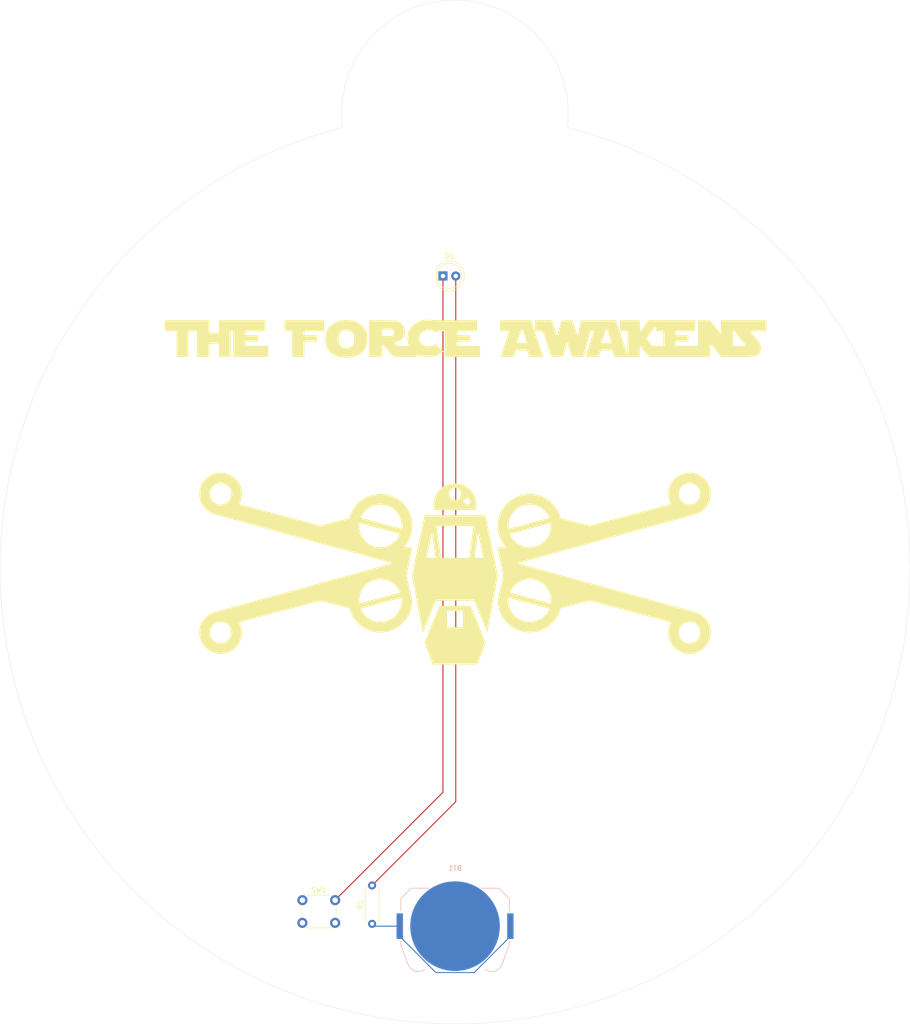
<source format=kicad_pcb>
(kicad_pcb (version 20241229) (generator "pcbnew") (generator_version "9.0")
  (layers (0 "F.Cu" signal) (2 "B.Cu" signal) (13 "F.Paste" user) (15 "B.Paste" user) (5 "F.SilkS" user "F.Silkscreen") (7 "B.SilkS" user "B.Silkscreen") (1 "F.Mask" user) (3 "B.Mask" user) (25 "Edge.Cuts" user))
  (net 0 "")
  (net 1 "Net-(BT1-+)")
  (net 2 "Net-(BT1--)")
  (net 3 "Net-(D1-A)")
  (net 4 "Net-(D1-K)")
  (footprint "LOGO" (layer "F.Cu") (at 144.3 141.41)
    (property "Reference" "G***" (at 0 0 0) (layer "F.SilkS") (effects (font (size 1.5 1.5) (thickness 0.3))))
    (property "Value" "LOGO" (hide yes))
  )
  (footprint "Resistor_THT:R_Axial_DIN0207_L6.3mm_D2.5mm_P7.62mm_Horizontal" (layer "F.Cu") (at 127.82 211.93 90)
    (property "Reference" "R1" (at 3.81 -2.37 90) (layer "F.SilkS"))
    (property "Value" "R")
    (pad "1" thru_hole circle (at 0 0 90) (size 1.6 1.6) (drill 0.8) (layers "*.Cu" "*.Mask") (net 1 "Net-(BT1-+)"))
    (pad "2" thru_hole oval (at 7.62 0 90) (size 1.6 1.6) (drill 0.8) (layers "*.Cu" "*.Mask") (net 3 "Net-(D1-A)"))
  )
  (footprint "LED_THT:LED_D5.0mm" (layer "F.Cu") (at 141.9 83.34)
    (property "Reference" "D1" (at 1.27 -3.96 0) (layer "F.SilkS"))
    (property "Value" "LED")
    (pad "1" thru_hole rect (at 0 0) (size 1.8 1.8) (drill 0.9) (layers "*.Cu" "*.Mask") (net 4 "Net-(D1-K)"))
    (pad "2" thru_hole circle (at 2.54 0) (size 1.8 1.8) (drill 0.9) (layers "*.Cu" "*.Mask") (net 3 "Net-(D1-A)"))
  )
  (footprint "LOGO" (layer "F.Cu") (at 146.39 95.76)
    (property "Reference" "G***" (hide yes))
    (property "Value" "LOGO" (hide yes))
  )
  (footprint "Button_Switch_THT:SW_PUSH_6mm" (layer "F.Cu") (at 113.98 207.23)
    (property "Reference" "SW1" (at 3.25 -2 0) (layer "F.SilkS"))
    (property "Value" "SW_Push")
    (pad "1" thru_hole circle (at 0 0 90) (size 2 2) (drill 1.1) (layers "*.Cu" "*.Mask") (net 4 "Net-(D1-K)"))
    (pad "1" thru_hole circle (at 6.5 0 90) (size 2 2) (drill 1.1) (layers "*.Cu" "*.Mask") (net 4 "Net-(D1-K)"))
    (pad "2" thru_hole circle (at 0 4.5 90) (size 2 2) (drill 1.1) (layers "*.Cu" "*.Mask") (net 2 "Net-(BT1--)"))
    (pad "2" thru_hole circle (at 6.5 4.5 90) (size 2 2) (drill 1.1) (layers "*.Cu" "*.Mask") (net 2 "Net-(BT1--)"))
  )
  (footprint "Battery:BatteryHolder_Keystone_3034_1x20mm" (layer "B.Cu") (at 144.3 212.39 180)
    (property "Reference" "BT1" (at 0 11.5 0) (layer "B.SilkS") (effects (justify mirror)))
    (property "Value" "Battery")
    (pad "1" smd rect (at -10.985 0 180) (size 1.27 5.08) (layers "B.Cu" "B.Mask" "B.Paste") (net 1 "Net-(BT1-+)"))
    (pad "1" smd rect (at 10.985 0 180) (size 1.27 5.08) (layers "B.Cu" "B.Mask" "B.Paste") (net 1 "Net-(BT1-+)"))
    (pad "2" smd circle (at 0 0 180) (size 17.8 17.8) (layers "B.Cu" "B.Mask") (net 2 "Net-(BT1--)"))
  )
  (gr_arc (start 121.95 53.86) (mid 144.27 28.580757) (end 166.59 53.86) (stroke (width 0.05)) (layer "Edge.Cuts"))
  (gr_arc (start 166.593658 53.84563) (mid 144.329072 231.767762) (end 121.95 53.859994) (stroke (width 0.05)) (layer "Edge.Cuts"))
  (segment (start 140.488821 221.591) (end 133.315 214.417179) (width 0.2) (layer "B.Cu") (net 1))
  (segment (start 133.315 212.39) (end 128.28 212.39) (width 0.2) (layer "B.Cu") (net 1))
  (segment (start 155.285 214.417179) (end 148.111179 221.591) (width 0.2) (layer "B.Cu") (net 1))
  (segment (start 148.111179 221.591) (end 140.488821 221.591) (width 0.2) (layer "B.Cu") (net 1))
  (segment (start 133.315 214.417179) (end 133.315 212.39) (width 0.2) (layer "B.Cu") (net 1))
  (segment (start 155.285 212.39) (end 155.285 214.417179) (width 0.2) (layer "B.Cu") (net 1))
  (segment (start 128.28 212.39) (end 127.82 211.93) (width 0.2) (layer "B.Cu") (net 1))
  (segment (start 144.44 187.69) (end 127.82 204.31) (width 0.2) (layer "F.Cu") (net 3))
  (segment (start 144.44 83.34) (end 144.44 187.69) (width 0.2) (layer "F.Cu") (net 3))
  (segment (start 141.9 185.81) (end 120.48 207.23) (width 0.2) (layer "F.Cu") (net 4))
  (segment (start 141.9 83.34) (end 141.9 185.81) (width 0.2) (layer "F.Cu") (net 4))
)
</source>
